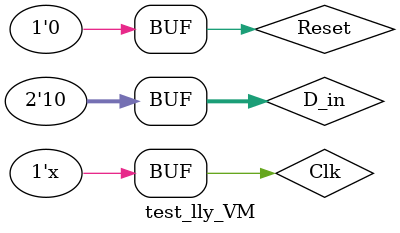
<source format=v>
`timescale 1ns/1ns
module test_lly_fsm_0101;
    reg ina, rst, clk;
    wire dataout;
    parameter clock_period = 20;
    always#(clock_period/2) clk = ~clk;
    
lly_fsm_0101 u0(clk, rst, ina, dataout);

    initial begin
        clk = 0; rst = 1;
        #5 rst = 0;
        #5 rst = 1;
    end
    
    initial begin 
        clk = 0; 
        rst = 1;
        ina = 0;
        
        #5 rst = 0;
        #5 rst = 1;

        #20 ina = 0;
        #20 ina = 1; 
        #20 ina = 0; 
        #20 ina = 1; 

        #20 ina = 0; 
        #20 ina = 1; 

        #20 ina = 0; 
        #50;
        $stop;
    end
endmodule

`timescale 1ns/1ns
module test_lly_VM;
    reg Clk,Reset;
    reg[1:0] D_in;
    wire D_out;
    wire D_C;
    parameter DELY=32;
lly_VM u0(.Clk(Clk),.Reset(Reset),.D_in(D_in),.D_out(D_out),.D_C(D_C));
    always#(DELY/2) Clk=~Clk;
    initial begin
    Clk=0;
    Reset=0;
    #5 Reset=1;
    #20 Reset=0;
    end
    initial
  begin
    D_in=0;
    #25 D_in=2'b01;
    #25 D_in=2'b00;
    #25 D_in=2'b11;
    #25 D_in=2'b00;
    #75 D_in=2'b10;
    #25 D_in=2'b00;
    #125 D_in=2'b10;
    #25 D_in=2'b00;
    #100 D_in=2'b01;
    #25 D_in=2'b00;
    #50 D_in=2'b01;
    #25 D_in=2'b00;
    #25 D_in=2'b10;
end

endmodule
</source>
